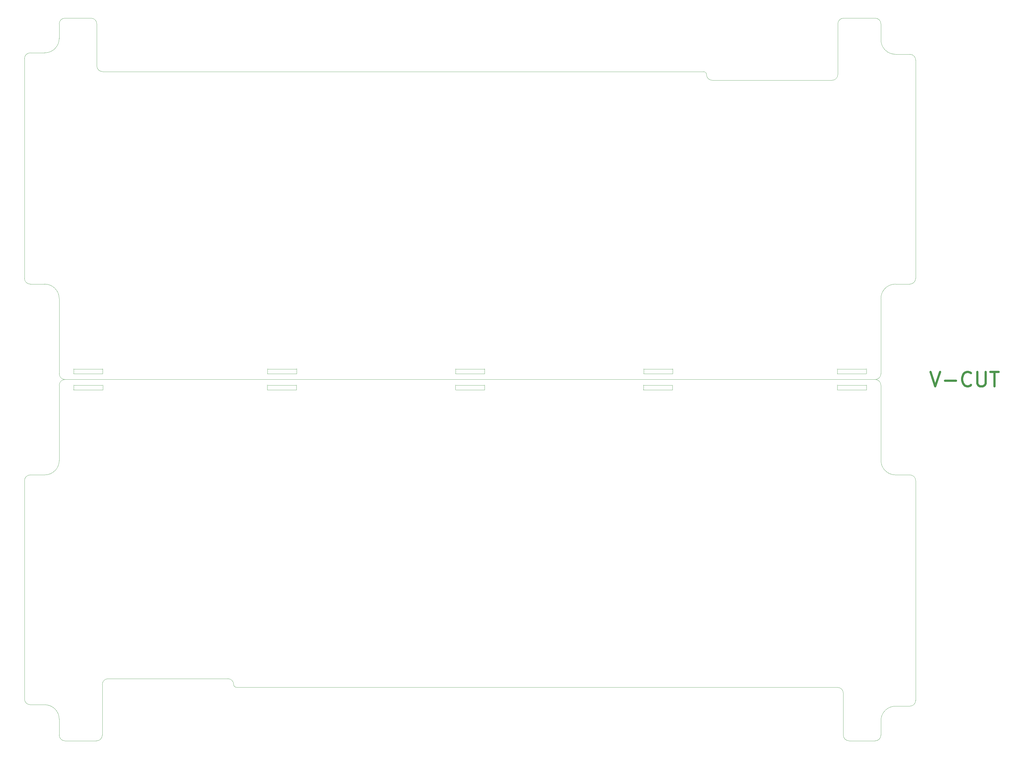
<source format=gbr>
%TF.GenerationSoftware,KiCad,Pcbnew,7.0.1*%
%TF.CreationDate,2023-05-27T10:06:57+09:00*%
%TF.ProjectId,Lift Cover Board,4c696674-2043-46f7-9665-7220426f6172,rev?*%
%TF.SameCoordinates,Original*%
%TF.FileFunction,Profile,NP*%
%FSLAX46Y46*%
G04 Gerber Fmt 4.6, Leading zero omitted, Abs format (unit mm)*
G04 Created by KiCad (PCBNEW 7.0.1) date 2023-05-27 10:06:57*
%MOMM*%
%LPD*%
G01*
G04 APERTURE LIST*
%TA.AperFunction,Profile*%
%ADD10C,0.050000*%
%TD*%
%ADD11C,0.750000*%
G04 APERTURE END LIST*
D10*
X144940000Y-224290000D02*
X135100000Y-224290000D01*
X332020000Y-222650000D02*
X341860000Y-222650000D01*
X265040001Y-228250001D02*
G75*
G03*
X264939999Y-228350001I-100001J1D01*
G01*
X62989999Y-224270001D02*
G75*
G03*
X64989999Y-226270001I2000001J1D01*
G01*
X64990000Y-226270001D02*
X344990001Y-226270001D01*
X199959999Y-229790001D02*
X199959999Y-228350001D01*
X358990000Y-115770000D02*
G75*
G03*
X356990001Y-113770000I-2000000J0D01*
G01*
X62980000Y-198270000D02*
X62989999Y-224270001D01*
X75989999Y-103270001D02*
G75*
G03*
X73989999Y-101270001I-1999999J1D01*
G01*
X200080000Y-222650000D02*
X209920000Y-222650000D01*
X145040000Y-222750000D02*
G75*
G03*
X144940000Y-222650000I0J100000D01*
G01*
X57990000Y-113270000D02*
X52990000Y-113270000D01*
X144879999Y-229890001D02*
X135039999Y-229890001D01*
X344990000Y-351270000D02*
G75*
G03*
X346990000Y-349270000I0J2000000D01*
G01*
X64989999Y-351270000D02*
X75889999Y-351270000D01*
X346989999Y-103270001D02*
G75*
G03*
X344990000Y-101270001I-1999999J1D01*
G01*
X274979999Y-228350001D02*
X274979999Y-229790001D01*
X265100000Y-222650000D02*
X274940000Y-222650000D01*
X330090000Y-122770000D02*
G75*
G03*
X332090000Y-120770001I0J2000000D01*
G01*
X144880001Y-229890001D02*
G75*
G03*
X144979999Y-229790001I99999J1D01*
G01*
X209920000Y-224290000D02*
G75*
G03*
X210020000Y-224190000I100000J0D01*
G01*
X79889999Y-329769999D02*
G75*
G03*
X77889999Y-331770000I1J-2000001D01*
G01*
X274940000Y-224290000D02*
G75*
G03*
X275040000Y-224190000I100000J0D01*
G01*
X286689999Y-120770001D02*
G75*
G03*
X288690000Y-122770001I2000001J1D01*
G01*
X123290005Y-331770000D02*
G75*
G03*
X124289999Y-332771596I999995J-1600D01*
G01*
X78030000Y-222750000D02*
G75*
G03*
X77930000Y-222650000I0J100000D01*
G01*
X68120001Y-228250001D02*
G75*
G03*
X68019999Y-228350001I-100001J1D01*
G01*
X79889999Y-329770000D02*
X121289999Y-329770000D01*
X57980000Y-193270000D02*
X52980000Y-193270000D01*
X144979999Y-228350001D02*
G75*
G03*
X144879999Y-228250001I1J100001D01*
G01*
X64989999Y-101269999D02*
G75*
G03*
X62989999Y-103270001I1J-2000001D01*
G01*
X341889999Y-229890001D02*
X332049999Y-229890001D01*
X62990000Y-349270000D02*
G75*
G03*
X64989999Y-351270000I2000000J0D01*
G01*
X75989999Y-117770001D02*
G75*
G03*
X77989999Y-119770001I2000001J1D01*
G01*
X334090000Y-101270000D02*
G75*
G03*
X332090000Y-103270001I0J-2000000D01*
G01*
X77889999Y-349270000D02*
X77889999Y-331770000D01*
X265100000Y-222650000D02*
G75*
G03*
X265000000Y-222750000I-100000J0D01*
G01*
X331949999Y-229790001D02*
X331949999Y-228350001D01*
X144940000Y-224290000D02*
G75*
G03*
X145040000Y-224190000I100000J0D01*
G01*
X332020000Y-222650000D02*
G75*
G03*
X331920000Y-222750000I-100000J0D01*
G01*
X134939999Y-229790001D02*
X134939999Y-228350001D01*
X341989999Y-228350001D02*
X341989999Y-229790001D01*
X341860000Y-224290000D02*
G75*
G03*
X341960000Y-224190000I100000J0D01*
G01*
X264939999Y-229790001D02*
G75*
G03*
X265039999Y-229890001I1J-99999D01*
G01*
X50999999Y-261270001D02*
X50989998Y-336770001D01*
X344990000Y-101270001D02*
X334090000Y-101270001D01*
X209899999Y-229890001D02*
X200059999Y-229890001D01*
X78030000Y-222750000D02*
X78030000Y-224190000D01*
X351980000Y-193270000D02*
G75*
G03*
X346980000Y-198270000I0J-5000000D01*
G01*
X134939999Y-229790001D02*
G75*
G03*
X135039999Y-229890001I1J-99999D01*
G01*
X50990000Y-115270000D02*
X50980000Y-191270000D01*
X265000000Y-224190000D02*
X265000000Y-222750000D01*
X274879999Y-229890001D02*
X265039999Y-229890001D01*
X210020000Y-222750000D02*
G75*
G03*
X209920000Y-222650000I0J100000D01*
G01*
X200060001Y-228250001D02*
G75*
G03*
X199959999Y-228350001I-100001J1D01*
G01*
X351999999Y-259270001D02*
X356999999Y-259270001D01*
X52990000Y-113270000D02*
G75*
G03*
X50990000Y-115270000I0J-2000000D01*
G01*
X199980000Y-224190000D02*
X199980000Y-222750000D01*
X209920000Y-224290000D02*
X200080000Y-224290000D01*
X286689994Y-120770001D02*
G75*
G03*
X285690000Y-119768405I-999994J1601D01*
G01*
X68090000Y-222650000D02*
X77930000Y-222650000D01*
X275040000Y-222750000D02*
G75*
G03*
X274940000Y-222650000I0J100000D01*
G01*
X335990000Y-351270000D02*
X344990000Y-351270000D01*
X346990000Y-108770000D02*
G75*
G03*
X351990001Y-113770000I5000000J0D01*
G01*
X50989999Y-336770001D02*
G75*
G03*
X52989998Y-338770001I2000001J1D01*
G01*
X135040001Y-228250001D02*
G75*
G03*
X134939999Y-228350001I-100001J1D01*
G01*
X78059999Y-228350001D02*
G75*
G03*
X77959999Y-228250001I1J100001D01*
G01*
X62989999Y-343770001D02*
G75*
G03*
X57989998Y-338770001I-4999999J1D01*
G01*
X344990000Y-226270000D02*
G75*
G03*
X346990000Y-224270001I0J2000000D01*
G01*
X200059999Y-228250001D02*
X209899999Y-228250001D01*
X50980000Y-191270000D02*
G75*
G03*
X52980000Y-193270000I2000000J0D01*
G01*
X64989999Y-226270000D02*
X344990000Y-226270000D01*
X75989999Y-103270001D02*
X75989999Y-117770001D01*
X356980000Y-193270000D02*
X351980000Y-193270000D01*
X62989999Y-103270001D02*
X62990000Y-108270000D01*
X346990000Y-228270000D02*
G75*
G03*
X344990000Y-226270000I-2000000J0D01*
G01*
X77930000Y-224290000D02*
G75*
G03*
X78030000Y-224190000I100000J0D01*
G01*
X67990000Y-224190000D02*
X67990000Y-222750000D01*
X123290000Y-331770000D02*
G75*
G03*
X121289999Y-329770000I-2000000J0D01*
G01*
X274880001Y-229890001D02*
G75*
G03*
X274979999Y-229790001I99999J1D01*
G01*
X135000000Y-224190000D02*
G75*
G03*
X135100000Y-224290000I0J-100000D01*
G01*
X341960000Y-222750000D02*
X341960000Y-224190000D01*
X275040000Y-222750000D02*
X275040000Y-224190000D01*
X144979999Y-228350001D02*
X144979999Y-229790001D01*
X210020000Y-222750000D02*
X210020000Y-224190000D01*
X62980000Y-198270000D02*
G75*
G03*
X57980000Y-193270000I-5000000J0D01*
G01*
X331920000Y-224190000D02*
G75*
G03*
X332020000Y-224290000I0J-100000D01*
G01*
X358980000Y-191270000D02*
X358990001Y-115770000D01*
X346990001Y-108770000D02*
X346990000Y-103270001D01*
X341989999Y-228350001D02*
G75*
G03*
X341889999Y-228250001I1J100001D01*
G01*
X346999999Y-254270001D02*
X346990000Y-228270000D01*
X209999999Y-228350001D02*
X209999999Y-229790001D01*
X68019999Y-229790001D02*
X68019999Y-228350001D01*
X332049999Y-228250001D02*
X341889999Y-228250001D01*
X274979999Y-228350001D02*
G75*
G03*
X274879999Y-228250001I1J100001D01*
G01*
X77930000Y-224290000D02*
X68090000Y-224290000D01*
X341890001Y-229890001D02*
G75*
G03*
X341989999Y-229790001I99999J1D01*
G01*
X67990000Y-224190000D02*
G75*
G03*
X68090000Y-224290000I0J-100000D01*
G01*
X52999999Y-259270001D02*
X57999999Y-259270001D01*
X331949999Y-229790001D02*
G75*
G03*
X332049999Y-229890001I1J-99999D01*
G01*
X285690000Y-119768405D02*
X77989999Y-119770001D01*
X332090000Y-103270001D02*
X332090000Y-120770001D01*
X351989999Y-339270001D02*
X356989999Y-339270001D01*
X124289999Y-332771596D02*
X331990000Y-332770000D01*
X209999999Y-228350001D02*
G75*
G03*
X209899999Y-228250001I1J100001D01*
G01*
X64989999Y-226269999D02*
G75*
G03*
X62989999Y-228270000I1J-2000001D01*
G01*
X346999999Y-254270001D02*
G75*
G03*
X351999999Y-259270001I5000001J1D01*
G01*
X332050001Y-228250001D02*
G75*
G03*
X331949999Y-228350001I-100001J1D01*
G01*
X135039999Y-228250001D02*
X144879999Y-228250001D01*
X331920000Y-224190000D02*
X331920000Y-222750000D01*
X344989999Y-226270000D02*
X64989998Y-226270000D01*
X346990000Y-224270001D02*
X346980000Y-198270000D01*
X57999999Y-259269999D02*
G75*
G03*
X62999999Y-254270001I1J4999999D01*
G01*
X358989999Y-337270001D02*
X358999999Y-261270001D01*
X333990000Y-349270000D02*
X333990000Y-334770000D01*
X145040000Y-222750000D02*
X145040000Y-224190000D01*
X341960000Y-222750000D02*
G75*
G03*
X341860000Y-222650000I0J100000D01*
G01*
X356990001Y-113770000D02*
X351990001Y-113770000D01*
X333990000Y-349270000D02*
G75*
G03*
X335990000Y-351270000I2000000J0D01*
G01*
X199959999Y-229790001D02*
G75*
G03*
X200059999Y-229890001I1J-99999D01*
G01*
X264939999Y-229790001D02*
X264939999Y-228350001D01*
X333990000Y-334770000D02*
G75*
G03*
X331990000Y-332770000I-2000000J0D01*
G01*
X265039999Y-228250001D02*
X274879999Y-228250001D01*
X265000000Y-224190000D02*
G75*
G03*
X265100000Y-224290000I0J-100000D01*
G01*
X358999999Y-261270001D02*
G75*
G03*
X356999999Y-259270001I-1999999J1D01*
G01*
X135100000Y-222650000D02*
G75*
G03*
X135000000Y-222750000I-100000J0D01*
G01*
X62989998Y-343770001D02*
X62989999Y-349270000D01*
X52999999Y-259269999D02*
G75*
G03*
X50999999Y-261270001I1J-2000001D01*
G01*
X356989999Y-339269999D02*
G75*
G03*
X358989999Y-337270001I1J1999999D01*
G01*
X62989999Y-228270000D02*
X62999999Y-254270001D01*
X344990000Y-226270001D02*
X64989999Y-226270001D01*
X75889999Y-351269999D02*
G75*
G03*
X77889999Y-349270000I1J1999999D01*
G01*
X68019999Y-229790001D02*
G75*
G03*
X68119999Y-229890001I1J-99999D01*
G01*
X73989999Y-101270001D02*
X64989999Y-101270001D01*
X68119999Y-228250001D02*
X77959999Y-228250001D01*
X52989998Y-338770001D02*
X57989998Y-338770001D01*
X356980000Y-193270000D02*
G75*
G03*
X358980000Y-191270000I0J2000000D01*
G01*
X351989999Y-339269999D02*
G75*
G03*
X346989999Y-344270001I1J-5000001D01*
G01*
X135100000Y-222650000D02*
X144940000Y-222650000D01*
X77959999Y-229890001D02*
X68119999Y-229890001D01*
X77960001Y-229890001D02*
G75*
G03*
X78059999Y-229790001I99999J1D01*
G01*
X199980000Y-224190000D02*
G75*
G03*
X200080000Y-224290000I0J-100000D01*
G01*
X274940000Y-224290000D02*
X265100000Y-224290000D01*
X346990000Y-349270000D02*
X346989999Y-344270001D01*
X68090000Y-222650000D02*
G75*
G03*
X67990000Y-222750000I-100000J0D01*
G01*
X341860000Y-224290000D02*
X332020000Y-224290000D01*
X57990000Y-113270000D02*
G75*
G03*
X62990000Y-108270000I0J5000000D01*
G01*
X135000000Y-224190000D02*
X135000000Y-222750000D01*
X78059999Y-228350001D02*
X78059999Y-229790001D01*
X330090000Y-122770001D02*
X288690000Y-122770001D01*
X200080000Y-222650000D02*
G75*
G03*
X199980000Y-222750000I-100000J0D01*
G01*
X209900001Y-229890001D02*
G75*
G03*
X209999999Y-229790001I99999J1D01*
G01*
D11*
X364056190Y-223593095D02*
X365722857Y-228593095D01*
X365722857Y-228593095D02*
X367389523Y-223593095D01*
X369056190Y-226688333D02*
X372865714Y-226688333D01*
X378103809Y-228116904D02*
X377865713Y-228355000D01*
X377865713Y-228355000D02*
X377151428Y-228593095D01*
X377151428Y-228593095D02*
X376675237Y-228593095D01*
X376675237Y-228593095D02*
X375960951Y-228355000D01*
X375960951Y-228355000D02*
X375484761Y-227878809D01*
X375484761Y-227878809D02*
X375246666Y-227402619D01*
X375246666Y-227402619D02*
X375008570Y-226450238D01*
X375008570Y-226450238D02*
X375008570Y-225735952D01*
X375008570Y-225735952D02*
X375246666Y-224783571D01*
X375246666Y-224783571D02*
X375484761Y-224307380D01*
X375484761Y-224307380D02*
X375960951Y-223831190D01*
X375960951Y-223831190D02*
X376675237Y-223593095D01*
X376675237Y-223593095D02*
X377151428Y-223593095D01*
X377151428Y-223593095D02*
X377865713Y-223831190D01*
X377865713Y-223831190D02*
X378103809Y-224069285D01*
X380246666Y-223593095D02*
X380246666Y-227640714D01*
X380246666Y-227640714D02*
X380484761Y-228116904D01*
X380484761Y-228116904D02*
X380722856Y-228355000D01*
X380722856Y-228355000D02*
X381199047Y-228593095D01*
X381199047Y-228593095D02*
X382151428Y-228593095D01*
X382151428Y-228593095D02*
X382627618Y-228355000D01*
X382627618Y-228355000D02*
X382865713Y-228116904D01*
X382865713Y-228116904D02*
X383103809Y-227640714D01*
X383103809Y-227640714D02*
X383103809Y-223593095D01*
X384770475Y-223593095D02*
X387627618Y-223593095D01*
X386199046Y-228593095D02*
X386199046Y-223593095D01*
M02*

</source>
